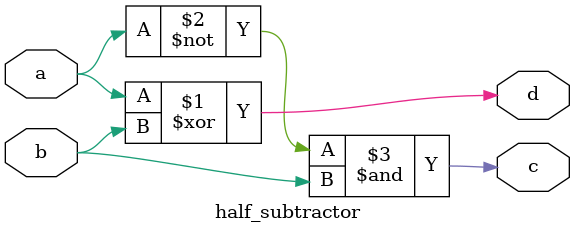
<source format=v>
module half_subtractor(input a,b, output d,c);
  assign d = a^b;
  assign c = ~a&b;
  
endmodule

</source>
